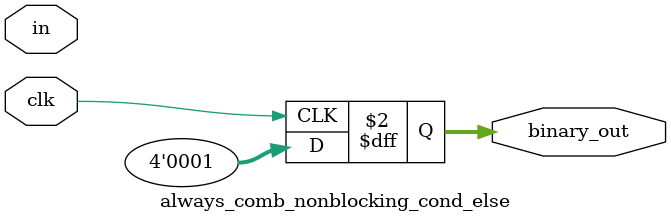
<source format=sv>
module always_comb_nonblocking_cond_else(
in,
binary_out, //  4 bit binary Output
clk
);
input bit clk ;
output bit [3:0] binary_out  ;
input bit [3:0] in;
      
 always_ff @  (posedge clk) begin
    if(1'b1) begin
        binary_out <= 4'd1; 
    end
    else begin
        binary_out = in;
    end
 end

endmodule
</source>
